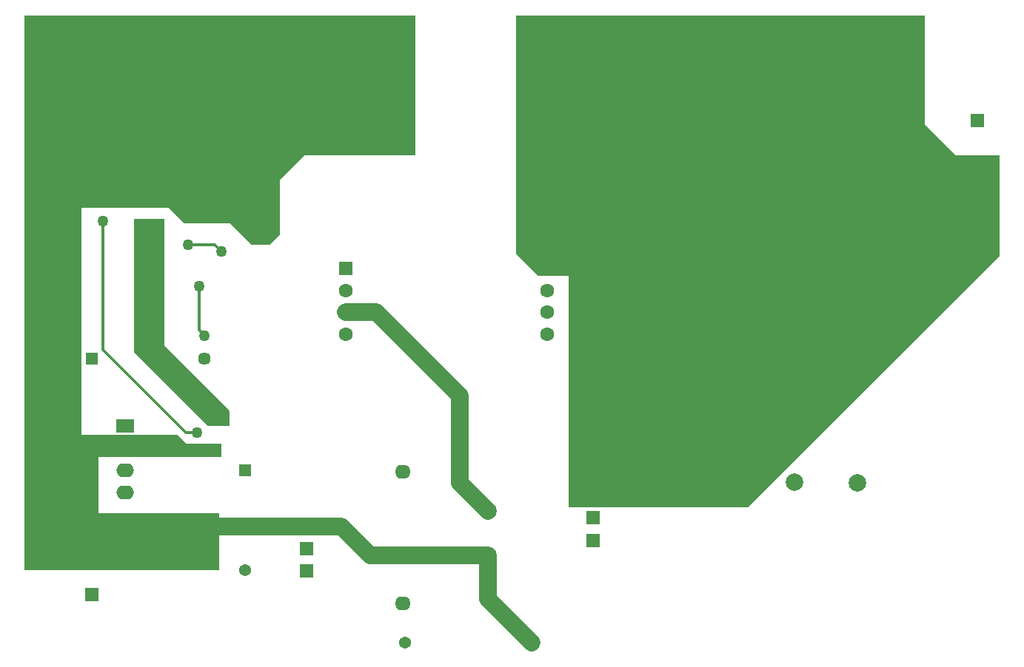
<source format=gbl>
G04*
G04 #@! TF.GenerationSoftware,Altium Limited,Altium Designer,18.0.9 (584)*
G04*
G04 Layer_Physical_Order=2*
G04 Layer_Color=16711680*
%FSLAX44Y44*%
%MOMM*%
G71*
G01*
G75*
%ADD37R,1.3716X1.3716*%
%ADD38C,1.3716*%
%ADD41R,1.3716X1.3716*%
%ADD43C,1.4478*%
%ADD44R,1.4478X1.4478*%
%ADD46C,0.3000*%
%ADD51C,1.6500*%
%ADD52R,1.6500X1.6500*%
%ADD53C,2.0000*%
%ADD54R,1.6000X1.6000*%
%ADD55O,1.8000X1.6000*%
%ADD56O,2.0000X1.6000*%
%ADD57R,2.0000X1.6000*%
%ADD58C,1.6000*%
%ADD59C,1.2700*%
%ADD60C,2.0000*%
G36*
X470000Y590000D02*
X342500D01*
X315000Y562500D01*
Y500000D01*
X302500Y487500D01*
X282500D01*
X257500Y512500D01*
X205000D01*
X187500Y530000D01*
X87500Y530000D01*
X87500Y270000D01*
X197500D01*
X207500Y260000D01*
X247500D01*
Y245000D01*
X247500Y245000D01*
X107500D01*
Y180000D01*
X245000D01*
Y115000D01*
X87500D01*
Y115000D01*
X22500Y115000D01*
Y750000D01*
X470000D01*
Y590000D01*
D02*
G37*
G36*
X182500Y372500D02*
X257500Y297500D01*
Y280000D01*
X232500D01*
X147500Y365000D01*
Y517500D01*
X182500D01*
Y372500D01*
D02*
G37*
G36*
X1052500Y625000D02*
X1087500Y590000D01*
X1137500D01*
Y475000D01*
X850000Y187500D01*
X645000D01*
X645000Y452500D01*
X610000Y452500D01*
X585000Y477500D01*
Y750000D01*
X1052500D01*
Y625000D01*
D02*
G37*
D37*
X602280Y32500D02*
D03*
D38*
X457500D02*
D03*
X275000Y115000D02*
D03*
D41*
Y229750D02*
D03*
D43*
X228524Y357500D02*
D03*
D44*
X100000D02*
D03*
D46*
X207500Y272500D02*
X220000D01*
X112500Y367500D02*
X207500Y272500D01*
X112500Y367500D02*
Y515000D01*
X222500Y390000D02*
Y440000D01*
Y390000D02*
X228524Y383976D01*
X240000Y487500D02*
X247500Y480000D01*
X210000Y487500D02*
X240000D01*
D51*
X100000Y137500D02*
D03*
X1112500Y580000D02*
D03*
D52*
X100000Y87500D02*
D03*
X1112500Y630000D02*
D03*
D53*
X975000Y215000D02*
D03*
X903000Y216000D02*
D03*
X552500Y183000D02*
D03*
Y132000D02*
D03*
D54*
X672500Y149000D02*
D03*
Y175000D02*
D03*
Y200000D02*
D03*
X345000Y165000D02*
D03*
Y140000D02*
D03*
Y114000D02*
D03*
X390000Y460500D02*
D03*
D55*
X455000Y227500D02*
D03*
Y77500D02*
D03*
D56*
X137500Y204400D02*
D03*
Y229800D02*
D03*
Y255200D02*
D03*
D57*
Y280600D02*
D03*
D58*
X390000Y435500D02*
D03*
Y410500D02*
D03*
Y385500D02*
D03*
X620000Y460500D02*
D03*
Y385500D02*
D03*
Y410500D02*
D03*
Y435500D02*
D03*
D59*
X227500Y520000D02*
D03*
X370000Y675000D02*
D03*
X377500Y610000D02*
D03*
X290000Y510000D02*
D03*
X117500Y542500D02*
D03*
X210000D02*
D03*
X233050Y250550D02*
D03*
X967500Y581500D02*
D03*
X952500D02*
D03*
X936500D02*
D03*
X602500Y667500D02*
D03*
X222500Y440000D02*
D03*
X228524Y383976D02*
D03*
X247500Y480000D02*
D03*
X210000Y487500D02*
D03*
X162500Y507500D02*
D03*
X235000Y292500D02*
D03*
X220000Y272500D02*
D03*
X112500Y515000D02*
D03*
D60*
X552500Y82280D02*
X602280Y32500D01*
X552500Y82280D02*
Y132000D01*
X220000Y165000D02*
X345000D01*
X385000D01*
X418000Y132000D01*
X552500D01*
X520000Y215500D02*
X552500Y183000D01*
X520000Y215500D02*
Y315000D01*
X424500Y410500D02*
X520000Y315000D01*
X390000Y410500D02*
X424500D01*
M02*

</source>
